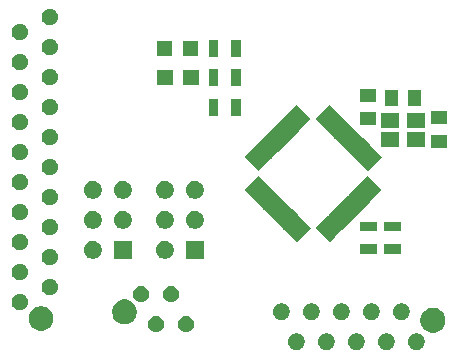
<source format=gbs>
G04 #@! TF.GenerationSoftware,KiCad,Pcbnew,(5.1.4-0-10_14)*
G04 #@! TF.CreationDate,2020-01-16T11:51:34-05:00*
G04 #@! TF.ProjectId,dashboard_MKV_ewan,64617368-626f-4617-9264-5f4d4b565f65,rev?*
G04 #@! TF.SameCoordinates,Original*
G04 #@! TF.FileFunction,Soldermask,Bot*
G04 #@! TF.FilePolarity,Negative*
%FSLAX46Y46*%
G04 Gerber Fmt 4.6, Leading zero omitted, Abs format (unit mm)*
G04 Created by KiCad (PCBNEW (5.1.4-0-10_14)) date 2020-01-16 11:51:34*
%MOMM*%
%LPD*%
G04 APERTURE LIST*
%ADD10C,0.100000*%
G04 APERTURE END LIST*
D10*
G36*
X222937073Y-92696338D02*
G01*
X223064649Y-92749182D01*
X223179459Y-92825895D01*
X223277105Y-92923541D01*
X223353818Y-93038351D01*
X223406662Y-93165927D01*
X223433600Y-93301356D01*
X223433600Y-93439444D01*
X223406662Y-93574873D01*
X223353818Y-93702449D01*
X223277105Y-93817259D01*
X223179459Y-93914905D01*
X223064649Y-93991618D01*
X222937073Y-94044462D01*
X222801644Y-94071400D01*
X222663556Y-94071400D01*
X222528127Y-94044462D01*
X222400551Y-93991618D01*
X222285741Y-93914905D01*
X222188095Y-93817259D01*
X222111382Y-93702449D01*
X222058538Y-93574873D01*
X222031600Y-93439444D01*
X222031600Y-93301356D01*
X222058538Y-93165927D01*
X222111382Y-93038351D01*
X222188095Y-92923541D01*
X222285741Y-92825895D01*
X222400551Y-92749182D01*
X222528127Y-92696338D01*
X222663556Y-92669400D01*
X222801644Y-92669400D01*
X222937073Y-92696338D01*
X222937073Y-92696338D01*
G37*
G36*
X220397073Y-92696338D02*
G01*
X220524649Y-92749182D01*
X220639459Y-92825895D01*
X220737105Y-92923541D01*
X220813818Y-93038351D01*
X220866662Y-93165927D01*
X220893600Y-93301356D01*
X220893600Y-93439444D01*
X220866662Y-93574873D01*
X220813818Y-93702449D01*
X220737105Y-93817259D01*
X220639459Y-93914905D01*
X220524649Y-93991618D01*
X220397073Y-94044462D01*
X220261644Y-94071400D01*
X220123556Y-94071400D01*
X219988127Y-94044462D01*
X219860551Y-93991618D01*
X219745741Y-93914905D01*
X219648095Y-93817259D01*
X219571382Y-93702449D01*
X219518538Y-93574873D01*
X219491600Y-93439444D01*
X219491600Y-93301356D01*
X219518538Y-93165927D01*
X219571382Y-93038351D01*
X219648095Y-92923541D01*
X219745741Y-92825895D01*
X219860551Y-92749182D01*
X219988127Y-92696338D01*
X220123556Y-92669400D01*
X220261644Y-92669400D01*
X220397073Y-92696338D01*
X220397073Y-92696338D01*
G37*
G36*
X217857073Y-92696338D02*
G01*
X217984649Y-92749182D01*
X218099459Y-92825895D01*
X218197105Y-92923541D01*
X218273818Y-93038351D01*
X218326662Y-93165927D01*
X218353600Y-93301356D01*
X218353600Y-93439444D01*
X218326662Y-93574873D01*
X218273818Y-93702449D01*
X218197105Y-93817259D01*
X218099459Y-93914905D01*
X217984649Y-93991618D01*
X217857073Y-94044462D01*
X217721644Y-94071400D01*
X217583556Y-94071400D01*
X217448127Y-94044462D01*
X217320551Y-93991618D01*
X217205741Y-93914905D01*
X217108095Y-93817259D01*
X217031382Y-93702449D01*
X216978538Y-93574873D01*
X216951600Y-93439444D01*
X216951600Y-93301356D01*
X216978538Y-93165927D01*
X217031382Y-93038351D01*
X217108095Y-92923541D01*
X217205741Y-92825895D01*
X217320551Y-92749182D01*
X217448127Y-92696338D01*
X217583556Y-92669400D01*
X217721644Y-92669400D01*
X217857073Y-92696338D01*
X217857073Y-92696338D01*
G37*
G36*
X215317073Y-92696338D02*
G01*
X215444649Y-92749182D01*
X215559459Y-92825895D01*
X215657105Y-92923541D01*
X215733818Y-93038351D01*
X215786662Y-93165927D01*
X215813600Y-93301356D01*
X215813600Y-93439444D01*
X215786662Y-93574873D01*
X215733818Y-93702449D01*
X215657105Y-93817259D01*
X215559459Y-93914905D01*
X215444649Y-93991618D01*
X215317073Y-94044462D01*
X215181644Y-94071400D01*
X215043556Y-94071400D01*
X214908127Y-94044462D01*
X214780551Y-93991618D01*
X214665741Y-93914905D01*
X214568095Y-93817259D01*
X214491382Y-93702449D01*
X214438538Y-93574873D01*
X214411600Y-93439444D01*
X214411600Y-93301356D01*
X214438538Y-93165927D01*
X214491382Y-93038351D01*
X214568095Y-92923541D01*
X214665741Y-92825895D01*
X214780551Y-92749182D01*
X214908127Y-92696338D01*
X215043556Y-92669400D01*
X215181644Y-92669400D01*
X215317073Y-92696338D01*
X215317073Y-92696338D01*
G37*
G36*
X212777073Y-92696338D02*
G01*
X212904649Y-92749182D01*
X213019459Y-92825895D01*
X213117105Y-92923541D01*
X213193818Y-93038351D01*
X213246662Y-93165927D01*
X213273600Y-93301356D01*
X213273600Y-93439444D01*
X213246662Y-93574873D01*
X213193818Y-93702449D01*
X213117105Y-93817259D01*
X213019459Y-93914905D01*
X212904649Y-93991618D01*
X212777073Y-94044462D01*
X212641644Y-94071400D01*
X212503556Y-94071400D01*
X212368127Y-94044462D01*
X212240551Y-93991618D01*
X212125741Y-93914905D01*
X212028095Y-93817259D01*
X211951382Y-93702449D01*
X211898538Y-93574873D01*
X211871600Y-93439444D01*
X211871600Y-93301356D01*
X211898538Y-93165927D01*
X211951382Y-93038351D01*
X212028095Y-92923541D01*
X212125741Y-92825895D01*
X212240551Y-92749182D01*
X212368127Y-92696338D01*
X212503556Y-92669400D01*
X212641644Y-92669400D01*
X212777073Y-92696338D01*
X212777073Y-92696338D01*
G37*
G36*
X224439164Y-90559789D02*
G01*
X224630433Y-90639015D01*
X224630435Y-90639016D01*
X224802573Y-90754035D01*
X224948965Y-90900427D01*
X225038800Y-91034874D01*
X225063985Y-91072567D01*
X225143211Y-91263836D01*
X225183600Y-91466884D01*
X225183600Y-91673916D01*
X225143211Y-91876964D01*
X225106810Y-91964844D01*
X225063984Y-92068235D01*
X224948965Y-92240373D01*
X224802573Y-92386765D01*
X224630435Y-92501784D01*
X224630434Y-92501785D01*
X224630433Y-92501785D01*
X224439164Y-92581011D01*
X224236116Y-92621400D01*
X224029084Y-92621400D01*
X223826036Y-92581011D01*
X223634767Y-92501785D01*
X223634766Y-92501785D01*
X223634765Y-92501784D01*
X223462627Y-92386765D01*
X223316235Y-92240373D01*
X223201216Y-92068235D01*
X223158390Y-91964844D01*
X223121989Y-91876964D01*
X223081600Y-91673916D01*
X223081600Y-91466884D01*
X223121989Y-91263836D01*
X223201215Y-91072567D01*
X223226401Y-91034874D01*
X223316235Y-90900427D01*
X223462627Y-90754035D01*
X223634765Y-90639016D01*
X223634767Y-90639015D01*
X223826036Y-90559789D01*
X224029084Y-90519400D01*
X224236116Y-90519400D01*
X224439164Y-90559789D01*
X224439164Y-90559789D01*
G37*
G36*
X200892873Y-91221738D02*
G01*
X201020449Y-91274582D01*
X201135259Y-91351295D01*
X201232905Y-91448941D01*
X201309618Y-91563751D01*
X201362462Y-91691327D01*
X201389400Y-91826756D01*
X201389400Y-91964844D01*
X201362462Y-92100273D01*
X201309618Y-92227849D01*
X201232905Y-92342659D01*
X201135259Y-92440305D01*
X201020449Y-92517018D01*
X200892873Y-92569862D01*
X200757444Y-92596800D01*
X200619356Y-92596800D01*
X200483927Y-92569862D01*
X200356351Y-92517018D01*
X200241541Y-92440305D01*
X200143895Y-92342659D01*
X200067182Y-92227849D01*
X200014338Y-92100273D01*
X199987400Y-91964844D01*
X199987400Y-91826756D01*
X200014338Y-91691327D01*
X200067182Y-91563751D01*
X200143895Y-91448941D01*
X200241541Y-91351295D01*
X200356351Y-91274582D01*
X200483927Y-91221738D01*
X200619356Y-91194800D01*
X200757444Y-91194800D01*
X200892873Y-91221738D01*
X200892873Y-91221738D01*
G37*
G36*
X203432873Y-91221738D02*
G01*
X203560449Y-91274582D01*
X203675259Y-91351295D01*
X203772905Y-91448941D01*
X203849618Y-91563751D01*
X203902462Y-91691327D01*
X203929400Y-91826756D01*
X203929400Y-91964844D01*
X203902462Y-92100273D01*
X203849618Y-92227849D01*
X203772905Y-92342659D01*
X203675259Y-92440305D01*
X203560449Y-92517018D01*
X203432873Y-92569862D01*
X203297444Y-92596800D01*
X203159356Y-92596800D01*
X203023927Y-92569862D01*
X202896351Y-92517018D01*
X202781541Y-92440305D01*
X202683895Y-92342659D01*
X202607182Y-92227849D01*
X202554338Y-92100273D01*
X202527400Y-91964844D01*
X202527400Y-91826756D01*
X202554338Y-91691327D01*
X202607182Y-91563751D01*
X202683895Y-91448941D01*
X202781541Y-91351295D01*
X202896351Y-91274582D01*
X203023927Y-91221738D01*
X203159356Y-91194800D01*
X203297444Y-91194800D01*
X203432873Y-91221738D01*
X203432873Y-91221738D01*
G37*
G36*
X191263764Y-90403989D02*
G01*
X191402509Y-90461459D01*
X191455035Y-90483216D01*
X191569636Y-90559790D01*
X191627173Y-90598235D01*
X191773565Y-90744627D01*
X191888585Y-90916767D01*
X191967811Y-91108036D01*
X192008200Y-91311084D01*
X192008200Y-91518116D01*
X191967811Y-91721164D01*
X191903276Y-91876965D01*
X191888584Y-91912435D01*
X191773565Y-92084573D01*
X191627173Y-92230965D01*
X191455035Y-92345984D01*
X191455034Y-92345985D01*
X191455033Y-92345985D01*
X191263764Y-92425211D01*
X191060716Y-92465600D01*
X190853684Y-92465600D01*
X190650636Y-92425211D01*
X190459367Y-92345985D01*
X190459366Y-92345985D01*
X190459365Y-92345984D01*
X190287227Y-92230965D01*
X190140835Y-92084573D01*
X190025816Y-91912435D01*
X190011124Y-91876965D01*
X189946589Y-91721164D01*
X189906200Y-91518116D01*
X189906200Y-91311084D01*
X189946589Y-91108036D01*
X190025815Y-90916767D01*
X190140835Y-90744627D01*
X190287227Y-90598235D01*
X190344764Y-90559790D01*
X190459365Y-90483216D01*
X190511891Y-90461459D01*
X190650636Y-90403989D01*
X190853684Y-90363600D01*
X191060716Y-90363600D01*
X191263764Y-90403989D01*
X191263764Y-90403989D01*
G37*
G36*
X198324964Y-89845189D02*
G01*
X198516233Y-89924415D01*
X198516235Y-89924416D01*
X198674046Y-90029862D01*
X198688373Y-90039435D01*
X198834765Y-90185827D01*
X198949785Y-90357967D01*
X199029011Y-90549236D01*
X199069400Y-90752284D01*
X199069400Y-90959316D01*
X199029011Y-91162364D01*
X198967409Y-91311084D01*
X198949784Y-91353635D01*
X198834765Y-91525773D01*
X198688373Y-91672165D01*
X198516235Y-91787184D01*
X198516234Y-91787185D01*
X198516233Y-91787185D01*
X198324964Y-91866411D01*
X198121916Y-91906800D01*
X197914884Y-91906800D01*
X197711836Y-91866411D01*
X197520567Y-91787185D01*
X197520566Y-91787185D01*
X197520565Y-91787184D01*
X197348427Y-91672165D01*
X197202035Y-91525773D01*
X197087016Y-91353635D01*
X197069391Y-91311084D01*
X197007789Y-91162364D01*
X196967400Y-90959316D01*
X196967400Y-90752284D01*
X197007789Y-90549236D01*
X197087015Y-90357967D01*
X197202035Y-90185827D01*
X197348427Y-90039435D01*
X197362754Y-90029862D01*
X197520565Y-89924416D01*
X197520567Y-89924415D01*
X197711836Y-89845189D01*
X197914884Y-89804800D01*
X198121916Y-89804800D01*
X198324964Y-89845189D01*
X198324964Y-89845189D01*
G37*
G36*
X221667073Y-90156338D02*
G01*
X221794649Y-90209182D01*
X221909459Y-90285895D01*
X222007105Y-90383541D01*
X222083818Y-90498351D01*
X222136662Y-90625927D01*
X222163600Y-90761356D01*
X222163600Y-90899444D01*
X222136662Y-91034873D01*
X222083818Y-91162449D01*
X222007105Y-91277259D01*
X221909459Y-91374905D01*
X221794649Y-91451618D01*
X221667073Y-91504462D01*
X221531644Y-91531400D01*
X221393556Y-91531400D01*
X221258127Y-91504462D01*
X221130551Y-91451618D01*
X221015741Y-91374905D01*
X220918095Y-91277259D01*
X220841382Y-91162449D01*
X220788538Y-91034873D01*
X220761600Y-90899444D01*
X220761600Y-90761356D01*
X220788538Y-90625927D01*
X220841382Y-90498351D01*
X220918095Y-90383541D01*
X221015741Y-90285895D01*
X221130551Y-90209182D01*
X221258127Y-90156338D01*
X221393556Y-90129400D01*
X221531644Y-90129400D01*
X221667073Y-90156338D01*
X221667073Y-90156338D01*
G37*
G36*
X216587073Y-90156338D02*
G01*
X216714649Y-90209182D01*
X216829459Y-90285895D01*
X216927105Y-90383541D01*
X217003818Y-90498351D01*
X217056662Y-90625927D01*
X217083600Y-90761356D01*
X217083600Y-90899444D01*
X217056662Y-91034873D01*
X217003818Y-91162449D01*
X216927105Y-91277259D01*
X216829459Y-91374905D01*
X216714649Y-91451618D01*
X216587073Y-91504462D01*
X216451644Y-91531400D01*
X216313556Y-91531400D01*
X216178127Y-91504462D01*
X216050551Y-91451618D01*
X215935741Y-91374905D01*
X215838095Y-91277259D01*
X215761382Y-91162449D01*
X215708538Y-91034873D01*
X215681600Y-90899444D01*
X215681600Y-90761356D01*
X215708538Y-90625927D01*
X215761382Y-90498351D01*
X215838095Y-90383541D01*
X215935741Y-90285895D01*
X216050551Y-90209182D01*
X216178127Y-90156338D01*
X216313556Y-90129400D01*
X216451644Y-90129400D01*
X216587073Y-90156338D01*
X216587073Y-90156338D01*
G37*
G36*
X219127073Y-90156338D02*
G01*
X219254649Y-90209182D01*
X219369459Y-90285895D01*
X219467105Y-90383541D01*
X219543818Y-90498351D01*
X219596662Y-90625927D01*
X219623600Y-90761356D01*
X219623600Y-90899444D01*
X219596662Y-91034873D01*
X219543818Y-91162449D01*
X219467105Y-91277259D01*
X219369459Y-91374905D01*
X219254649Y-91451618D01*
X219127073Y-91504462D01*
X218991644Y-91531400D01*
X218853556Y-91531400D01*
X218718127Y-91504462D01*
X218590551Y-91451618D01*
X218475741Y-91374905D01*
X218378095Y-91277259D01*
X218301382Y-91162449D01*
X218248538Y-91034873D01*
X218221600Y-90899444D01*
X218221600Y-90761356D01*
X218248538Y-90625927D01*
X218301382Y-90498351D01*
X218378095Y-90383541D01*
X218475741Y-90285895D01*
X218590551Y-90209182D01*
X218718127Y-90156338D01*
X218853556Y-90129400D01*
X218991644Y-90129400D01*
X219127073Y-90156338D01*
X219127073Y-90156338D01*
G37*
G36*
X214047073Y-90156338D02*
G01*
X214174649Y-90209182D01*
X214289459Y-90285895D01*
X214387105Y-90383541D01*
X214463818Y-90498351D01*
X214516662Y-90625927D01*
X214543600Y-90761356D01*
X214543600Y-90899444D01*
X214516662Y-91034873D01*
X214463818Y-91162449D01*
X214387105Y-91277259D01*
X214289459Y-91374905D01*
X214174649Y-91451618D01*
X214047073Y-91504462D01*
X213911644Y-91531400D01*
X213773556Y-91531400D01*
X213638127Y-91504462D01*
X213510551Y-91451618D01*
X213395741Y-91374905D01*
X213298095Y-91277259D01*
X213221382Y-91162449D01*
X213168538Y-91034873D01*
X213141600Y-90899444D01*
X213141600Y-90761356D01*
X213168538Y-90625927D01*
X213221382Y-90498351D01*
X213298095Y-90383541D01*
X213395741Y-90285895D01*
X213510551Y-90209182D01*
X213638127Y-90156338D01*
X213773556Y-90129400D01*
X213911644Y-90129400D01*
X214047073Y-90156338D01*
X214047073Y-90156338D01*
G37*
G36*
X211507073Y-90156338D02*
G01*
X211634649Y-90209182D01*
X211749459Y-90285895D01*
X211847105Y-90383541D01*
X211923818Y-90498351D01*
X211976662Y-90625927D01*
X212003600Y-90761356D01*
X212003600Y-90899444D01*
X211976662Y-91034873D01*
X211923818Y-91162449D01*
X211847105Y-91277259D01*
X211749459Y-91374905D01*
X211634649Y-91451618D01*
X211507073Y-91504462D01*
X211371644Y-91531400D01*
X211233556Y-91531400D01*
X211098127Y-91504462D01*
X210970551Y-91451618D01*
X210855741Y-91374905D01*
X210758095Y-91277259D01*
X210681382Y-91162449D01*
X210628538Y-91034873D01*
X210601600Y-90899444D01*
X210601600Y-90761356D01*
X210628538Y-90625927D01*
X210681382Y-90498351D01*
X210758095Y-90383541D01*
X210855741Y-90285895D01*
X210970551Y-90209182D01*
X211098127Y-90156338D01*
X211233556Y-90129400D01*
X211371644Y-90129400D01*
X211507073Y-90156338D01*
X211507073Y-90156338D01*
G37*
G36*
X189361673Y-89340538D02*
G01*
X189489249Y-89393382D01*
X189604059Y-89470095D01*
X189701705Y-89567741D01*
X189778418Y-89682551D01*
X189831262Y-89810127D01*
X189858200Y-89945556D01*
X189858200Y-90083644D01*
X189831262Y-90219073D01*
X189778418Y-90346649D01*
X189701705Y-90461459D01*
X189604059Y-90559105D01*
X189489249Y-90635818D01*
X189361673Y-90688662D01*
X189226244Y-90715600D01*
X189088156Y-90715600D01*
X188952727Y-90688662D01*
X188825151Y-90635818D01*
X188710341Y-90559105D01*
X188612695Y-90461459D01*
X188535982Y-90346649D01*
X188483138Y-90219073D01*
X188456200Y-90083644D01*
X188456200Y-89945556D01*
X188483138Y-89810127D01*
X188535982Y-89682551D01*
X188612695Y-89567741D01*
X188710341Y-89470095D01*
X188825151Y-89393382D01*
X188952727Y-89340538D01*
X189088156Y-89313600D01*
X189226244Y-89313600D01*
X189361673Y-89340538D01*
X189361673Y-89340538D01*
G37*
G36*
X202162873Y-88681738D02*
G01*
X202290449Y-88734582D01*
X202405259Y-88811295D01*
X202502905Y-88908941D01*
X202579618Y-89023751D01*
X202632462Y-89151327D01*
X202659400Y-89286756D01*
X202659400Y-89424844D01*
X202632462Y-89560273D01*
X202579618Y-89687849D01*
X202502905Y-89802659D01*
X202405259Y-89900305D01*
X202290449Y-89977018D01*
X202162873Y-90029862D01*
X202027444Y-90056800D01*
X201889356Y-90056800D01*
X201753927Y-90029862D01*
X201626351Y-89977018D01*
X201511541Y-89900305D01*
X201413895Y-89802659D01*
X201337182Y-89687849D01*
X201284338Y-89560273D01*
X201257400Y-89424844D01*
X201257400Y-89286756D01*
X201284338Y-89151327D01*
X201337182Y-89023751D01*
X201413895Y-88908941D01*
X201511541Y-88811295D01*
X201626351Y-88734582D01*
X201753927Y-88681738D01*
X201889356Y-88654800D01*
X202027444Y-88654800D01*
X202162873Y-88681738D01*
X202162873Y-88681738D01*
G37*
G36*
X199622873Y-88681738D02*
G01*
X199750449Y-88734582D01*
X199865259Y-88811295D01*
X199962905Y-88908941D01*
X200039618Y-89023751D01*
X200092462Y-89151327D01*
X200119400Y-89286756D01*
X200119400Y-89424844D01*
X200092462Y-89560273D01*
X200039618Y-89687849D01*
X199962905Y-89802659D01*
X199865259Y-89900305D01*
X199750449Y-89977018D01*
X199622873Y-90029862D01*
X199487444Y-90056800D01*
X199349356Y-90056800D01*
X199213927Y-90029862D01*
X199086351Y-89977018D01*
X198971541Y-89900305D01*
X198873895Y-89802659D01*
X198797182Y-89687849D01*
X198744338Y-89560273D01*
X198717400Y-89424844D01*
X198717400Y-89286756D01*
X198744338Y-89151327D01*
X198797182Y-89023751D01*
X198873895Y-88908941D01*
X198971541Y-88811295D01*
X199086351Y-88734582D01*
X199213927Y-88681738D01*
X199349356Y-88654800D01*
X199487444Y-88654800D01*
X199622873Y-88681738D01*
X199622873Y-88681738D01*
G37*
G36*
X191901673Y-88070538D02*
G01*
X192029249Y-88123382D01*
X192144059Y-88200095D01*
X192241705Y-88297741D01*
X192318418Y-88412551D01*
X192371262Y-88540127D01*
X192398200Y-88675556D01*
X192398200Y-88813644D01*
X192371262Y-88949073D01*
X192318418Y-89076649D01*
X192241705Y-89191459D01*
X192144059Y-89289105D01*
X192029249Y-89365818D01*
X191901673Y-89418662D01*
X191766244Y-89445600D01*
X191628156Y-89445600D01*
X191492727Y-89418662D01*
X191365151Y-89365818D01*
X191250341Y-89289105D01*
X191152695Y-89191459D01*
X191075982Y-89076649D01*
X191023138Y-88949073D01*
X190996200Y-88813644D01*
X190996200Y-88675556D01*
X191023138Y-88540127D01*
X191075982Y-88412551D01*
X191152695Y-88297741D01*
X191250341Y-88200095D01*
X191365151Y-88123382D01*
X191492727Y-88070538D01*
X191628156Y-88043600D01*
X191766244Y-88043600D01*
X191901673Y-88070538D01*
X191901673Y-88070538D01*
G37*
G36*
X189361673Y-86800538D02*
G01*
X189489249Y-86853382D01*
X189604059Y-86930095D01*
X189701705Y-87027741D01*
X189778418Y-87142551D01*
X189831262Y-87270127D01*
X189858200Y-87405556D01*
X189858200Y-87543644D01*
X189831262Y-87679073D01*
X189778418Y-87806649D01*
X189701705Y-87921459D01*
X189604059Y-88019105D01*
X189489249Y-88095818D01*
X189361673Y-88148662D01*
X189226244Y-88175600D01*
X189088156Y-88175600D01*
X188952727Y-88148662D01*
X188825151Y-88095818D01*
X188710341Y-88019105D01*
X188612695Y-87921459D01*
X188535982Y-87806649D01*
X188483138Y-87679073D01*
X188456200Y-87543644D01*
X188456200Y-87405556D01*
X188483138Y-87270127D01*
X188535982Y-87142551D01*
X188612695Y-87027741D01*
X188710341Y-86930095D01*
X188825151Y-86853382D01*
X188952727Y-86800538D01*
X189088156Y-86773600D01*
X189226244Y-86773600D01*
X189361673Y-86800538D01*
X189361673Y-86800538D01*
G37*
G36*
X191901673Y-85530538D02*
G01*
X192029249Y-85583382D01*
X192144059Y-85660095D01*
X192241705Y-85757741D01*
X192318418Y-85872551D01*
X192371262Y-86000127D01*
X192398200Y-86135556D01*
X192398200Y-86273644D01*
X192371262Y-86409073D01*
X192318418Y-86536649D01*
X192241705Y-86651459D01*
X192144059Y-86749105D01*
X192029249Y-86825818D01*
X191901673Y-86878662D01*
X191766244Y-86905600D01*
X191628156Y-86905600D01*
X191492727Y-86878662D01*
X191365151Y-86825818D01*
X191250341Y-86749105D01*
X191152695Y-86651459D01*
X191075982Y-86536649D01*
X191023138Y-86409073D01*
X190996200Y-86273644D01*
X190996200Y-86135556D01*
X191023138Y-86000127D01*
X191075982Y-85872551D01*
X191152695Y-85757741D01*
X191250341Y-85660095D01*
X191365151Y-85583382D01*
X191492727Y-85530538D01*
X191628156Y-85503600D01*
X191766244Y-85503600D01*
X191901673Y-85530538D01*
X191901673Y-85530538D01*
G37*
G36*
X195545059Y-84875860D02*
G01*
X195681732Y-84932472D01*
X195804735Y-85014660D01*
X195909340Y-85119265D01*
X195909341Y-85119267D01*
X195991529Y-85242270D01*
X196048140Y-85378941D01*
X196077000Y-85524032D01*
X196077000Y-85671968D01*
X196059939Y-85757741D01*
X196048140Y-85817059D01*
X195991528Y-85953732D01*
X195909340Y-86076735D01*
X195804735Y-86181340D01*
X195681732Y-86263528D01*
X195681731Y-86263529D01*
X195681730Y-86263529D01*
X195545059Y-86320140D01*
X195399968Y-86349000D01*
X195252032Y-86349000D01*
X195106941Y-86320140D01*
X194970270Y-86263529D01*
X194970269Y-86263529D01*
X194970268Y-86263528D01*
X194847265Y-86181340D01*
X194742660Y-86076735D01*
X194660472Y-85953732D01*
X194603860Y-85817059D01*
X194592061Y-85757741D01*
X194575000Y-85671968D01*
X194575000Y-85524032D01*
X194603860Y-85378941D01*
X194660471Y-85242270D01*
X194742659Y-85119267D01*
X194742660Y-85119265D01*
X194847265Y-85014660D01*
X194970268Y-84932472D01*
X195106941Y-84875860D01*
X195252032Y-84847000D01*
X195399968Y-84847000D01*
X195545059Y-84875860D01*
X195545059Y-84875860D01*
G37*
G36*
X204713000Y-86349000D02*
G01*
X203211000Y-86349000D01*
X203211000Y-84847000D01*
X204713000Y-84847000D01*
X204713000Y-86349000D01*
X204713000Y-86349000D01*
G37*
G36*
X201641059Y-84875860D02*
G01*
X201777732Y-84932472D01*
X201900735Y-85014660D01*
X202005340Y-85119265D01*
X202005341Y-85119267D01*
X202087529Y-85242270D01*
X202144140Y-85378941D01*
X202173000Y-85524032D01*
X202173000Y-85671968D01*
X202155939Y-85757741D01*
X202144140Y-85817059D01*
X202087528Y-85953732D01*
X202005340Y-86076735D01*
X201900735Y-86181340D01*
X201777732Y-86263528D01*
X201777731Y-86263529D01*
X201777730Y-86263529D01*
X201641059Y-86320140D01*
X201495968Y-86349000D01*
X201348032Y-86349000D01*
X201202941Y-86320140D01*
X201066270Y-86263529D01*
X201066269Y-86263529D01*
X201066268Y-86263528D01*
X200943265Y-86181340D01*
X200838660Y-86076735D01*
X200756472Y-85953732D01*
X200699860Y-85817059D01*
X200688061Y-85757741D01*
X200671000Y-85671968D01*
X200671000Y-85524032D01*
X200699860Y-85378941D01*
X200756471Y-85242270D01*
X200838659Y-85119267D01*
X200838660Y-85119265D01*
X200943265Y-85014660D01*
X201066268Y-84932472D01*
X201202941Y-84875860D01*
X201348032Y-84847000D01*
X201495968Y-84847000D01*
X201641059Y-84875860D01*
X201641059Y-84875860D01*
G37*
G36*
X198617000Y-86349000D02*
G01*
X197115000Y-86349000D01*
X197115000Y-84847000D01*
X198617000Y-84847000D01*
X198617000Y-86349000D01*
X198617000Y-86349000D01*
G37*
G36*
X219395000Y-85933000D02*
G01*
X217993000Y-85933000D01*
X217993000Y-85131000D01*
X219395000Y-85131000D01*
X219395000Y-85933000D01*
X219395000Y-85933000D01*
G37*
G36*
X221427000Y-85933000D02*
G01*
X220025000Y-85933000D01*
X220025000Y-85131000D01*
X221427000Y-85131000D01*
X221427000Y-85933000D01*
X221427000Y-85933000D01*
G37*
G36*
X189361673Y-84260538D02*
G01*
X189489249Y-84313382D01*
X189604059Y-84390095D01*
X189701705Y-84487741D01*
X189778418Y-84602551D01*
X189831262Y-84730127D01*
X189858200Y-84865556D01*
X189858200Y-85003644D01*
X189831262Y-85139073D01*
X189778418Y-85266649D01*
X189701705Y-85381459D01*
X189604059Y-85479105D01*
X189489249Y-85555818D01*
X189361673Y-85608662D01*
X189226244Y-85635600D01*
X189088156Y-85635600D01*
X188952727Y-85608662D01*
X188825151Y-85555818D01*
X188710341Y-85479105D01*
X188612695Y-85381459D01*
X188535982Y-85266649D01*
X188483138Y-85139073D01*
X188456200Y-85003644D01*
X188456200Y-84865556D01*
X188483138Y-84730127D01*
X188535982Y-84602551D01*
X188612695Y-84487741D01*
X188710341Y-84390095D01*
X188825151Y-84313382D01*
X188952727Y-84260538D01*
X189088156Y-84233600D01*
X189226244Y-84233600D01*
X189361673Y-84260538D01*
X189361673Y-84260538D01*
G37*
G36*
X219812368Y-80517536D02*
G01*
X219351334Y-80978570D01*
X219246682Y-81083221D01*
X218785648Y-81544255D01*
X218680997Y-81648907D01*
X216522907Y-83806997D01*
X216418255Y-83911648D01*
X215957221Y-84372682D01*
X215852570Y-84477334D01*
X215391536Y-84938368D01*
X214188040Y-83734872D01*
X214649074Y-83273838D01*
X214649075Y-83273839D01*
X214665339Y-83257575D01*
X214665348Y-83257564D01*
X214753726Y-83169187D01*
X214753725Y-83169186D01*
X215214759Y-82708152D01*
X215214760Y-82708153D01*
X215303137Y-82619775D01*
X215303148Y-82619766D01*
X215319412Y-82603502D01*
X215319411Y-82603501D01*
X215780445Y-82142467D01*
X215780446Y-82142468D01*
X215868833Y-82054080D01*
X215885097Y-82037817D01*
X215885096Y-82037816D01*
X216346130Y-81576782D01*
X216346131Y-81576783D01*
X216450783Y-81472131D01*
X216450782Y-81472130D01*
X216911816Y-81011096D01*
X216911817Y-81011097D01*
X217000204Y-80922709D01*
X217016468Y-80906446D01*
X217016467Y-80906445D01*
X217477501Y-80445411D01*
X217477502Y-80445412D01*
X217493766Y-80429148D01*
X217493775Y-80429137D01*
X217582153Y-80340760D01*
X217582152Y-80340759D01*
X218043186Y-79879725D01*
X218043187Y-79879726D01*
X218131564Y-79791348D01*
X218131575Y-79791339D01*
X218147839Y-79775075D01*
X218147838Y-79775074D01*
X218608872Y-79314040D01*
X219812368Y-80517536D01*
X219812368Y-80517536D01*
G37*
G36*
X209842162Y-79775074D02*
G01*
X209842162Y-79775075D01*
X209858426Y-79791339D01*
X209858432Y-79791344D01*
X209946814Y-79879726D01*
X209946814Y-79879725D01*
X210407848Y-80340759D01*
X210407848Y-80340760D01*
X210496230Y-80429142D01*
X210496235Y-80429148D01*
X210512499Y-80445412D01*
X210512499Y-80445411D01*
X210973533Y-80906445D01*
X210973533Y-80906446D01*
X211078184Y-81011097D01*
X211078184Y-81011096D01*
X211539218Y-81472130D01*
X211539218Y-81472131D01*
X211643870Y-81576783D01*
X211643870Y-81576782D01*
X212104904Y-82037816D01*
X212104904Y-82037817D01*
X212209555Y-82142468D01*
X212209555Y-82142467D01*
X212670589Y-82603501D01*
X212670589Y-82603502D01*
X212686853Y-82619766D01*
X212686859Y-82619771D01*
X212775241Y-82708153D01*
X212775241Y-82708152D01*
X213236275Y-83169186D01*
X213236275Y-83169187D01*
X213324657Y-83257569D01*
X213324662Y-83257575D01*
X213340926Y-83273839D01*
X213340926Y-83273838D01*
X213801960Y-83734872D01*
X212598464Y-84938368D01*
X212137430Y-84477334D01*
X212137431Y-84477334D01*
X212049049Y-84388952D01*
X212049044Y-84388946D01*
X212032780Y-84372682D01*
X212032779Y-84372682D01*
X211571745Y-83911648D01*
X211571746Y-83911648D01*
X211555482Y-83895384D01*
X211555476Y-83895379D01*
X211467094Y-83806997D01*
X211467093Y-83806997D01*
X211006059Y-83345963D01*
X211006060Y-83345963D01*
X210901409Y-83241312D01*
X210901408Y-83241312D01*
X210440374Y-82780278D01*
X210440375Y-82780278D01*
X210335723Y-82675626D01*
X210335722Y-82675626D01*
X209874688Y-82214592D01*
X209874689Y-82214592D01*
X209770038Y-82109941D01*
X209770037Y-82109941D01*
X209309003Y-81648907D01*
X209309004Y-81648907D01*
X209220622Y-81560525D01*
X209220617Y-81560519D01*
X209204353Y-81544255D01*
X209204352Y-81544255D01*
X208743318Y-81083221D01*
X208743319Y-81083221D01*
X208727055Y-81066957D01*
X208727049Y-81066952D01*
X208638667Y-80978570D01*
X208638666Y-80978570D01*
X208177632Y-80517536D01*
X209381128Y-79314040D01*
X209842162Y-79775074D01*
X209842162Y-79775074D01*
G37*
G36*
X191901673Y-82990538D02*
G01*
X192029249Y-83043382D01*
X192144059Y-83120095D01*
X192241705Y-83217741D01*
X192318418Y-83332551D01*
X192371262Y-83460127D01*
X192398200Y-83595556D01*
X192398200Y-83733644D01*
X192371262Y-83869073D01*
X192318418Y-83996649D01*
X192241705Y-84111459D01*
X192144059Y-84209105D01*
X192029249Y-84285818D01*
X191901673Y-84338662D01*
X191766244Y-84365600D01*
X191628156Y-84365600D01*
X191492727Y-84338662D01*
X191365151Y-84285818D01*
X191250341Y-84209105D01*
X191152695Y-84111459D01*
X191075982Y-83996649D01*
X191023138Y-83869073D01*
X190996200Y-83733644D01*
X190996200Y-83595556D01*
X191023138Y-83460127D01*
X191075982Y-83332551D01*
X191152695Y-83217741D01*
X191250341Y-83120095D01*
X191365151Y-83043382D01*
X191492727Y-82990538D01*
X191628156Y-82963600D01*
X191766244Y-82963600D01*
X191901673Y-82990538D01*
X191901673Y-82990538D01*
G37*
G36*
X219395000Y-84033000D02*
G01*
X217993000Y-84033000D01*
X217993000Y-83231000D01*
X219395000Y-83231000D01*
X219395000Y-84033000D01*
X219395000Y-84033000D01*
G37*
G36*
X221427000Y-84033000D02*
G01*
X220025000Y-84033000D01*
X220025000Y-83231000D01*
X221427000Y-83231000D01*
X221427000Y-84033000D01*
X221427000Y-84033000D01*
G37*
G36*
X195545059Y-82335860D02*
G01*
X195681732Y-82392472D01*
X195804735Y-82474660D01*
X195909340Y-82579265D01*
X195909341Y-82579267D01*
X195991529Y-82702270D01*
X196048140Y-82838941D01*
X196077000Y-82984032D01*
X196077000Y-83131968D01*
X196059939Y-83217741D01*
X196048140Y-83277059D01*
X195991528Y-83413732D01*
X195909340Y-83536735D01*
X195804735Y-83641340D01*
X195681732Y-83723528D01*
X195681731Y-83723529D01*
X195681730Y-83723529D01*
X195545059Y-83780140D01*
X195399968Y-83809000D01*
X195252032Y-83809000D01*
X195106941Y-83780140D01*
X194970270Y-83723529D01*
X194970269Y-83723529D01*
X194970268Y-83723528D01*
X194847265Y-83641340D01*
X194742660Y-83536735D01*
X194660472Y-83413732D01*
X194603860Y-83277059D01*
X194592061Y-83217741D01*
X194575000Y-83131968D01*
X194575000Y-82984032D01*
X194603860Y-82838941D01*
X194660471Y-82702270D01*
X194742659Y-82579267D01*
X194742660Y-82579265D01*
X194847265Y-82474660D01*
X194970268Y-82392472D01*
X195106941Y-82335860D01*
X195252032Y-82307000D01*
X195399968Y-82307000D01*
X195545059Y-82335860D01*
X195545059Y-82335860D01*
G37*
G36*
X198085059Y-82335860D02*
G01*
X198221732Y-82392472D01*
X198344735Y-82474660D01*
X198449340Y-82579265D01*
X198449341Y-82579267D01*
X198531529Y-82702270D01*
X198588140Y-82838941D01*
X198617000Y-82984032D01*
X198617000Y-83131968D01*
X198599939Y-83217741D01*
X198588140Y-83277059D01*
X198531528Y-83413732D01*
X198449340Y-83536735D01*
X198344735Y-83641340D01*
X198221732Y-83723528D01*
X198221731Y-83723529D01*
X198221730Y-83723529D01*
X198085059Y-83780140D01*
X197939968Y-83809000D01*
X197792032Y-83809000D01*
X197646941Y-83780140D01*
X197510270Y-83723529D01*
X197510269Y-83723529D01*
X197510268Y-83723528D01*
X197387265Y-83641340D01*
X197282660Y-83536735D01*
X197200472Y-83413732D01*
X197143860Y-83277059D01*
X197132061Y-83217741D01*
X197115000Y-83131968D01*
X197115000Y-82984032D01*
X197143860Y-82838941D01*
X197200471Y-82702270D01*
X197282659Y-82579267D01*
X197282660Y-82579265D01*
X197387265Y-82474660D01*
X197510268Y-82392472D01*
X197646941Y-82335860D01*
X197792032Y-82307000D01*
X197939968Y-82307000D01*
X198085059Y-82335860D01*
X198085059Y-82335860D01*
G37*
G36*
X201641059Y-82335860D02*
G01*
X201777732Y-82392472D01*
X201900735Y-82474660D01*
X202005340Y-82579265D01*
X202005341Y-82579267D01*
X202087529Y-82702270D01*
X202144140Y-82838941D01*
X202173000Y-82984032D01*
X202173000Y-83131968D01*
X202155939Y-83217741D01*
X202144140Y-83277059D01*
X202087528Y-83413732D01*
X202005340Y-83536735D01*
X201900735Y-83641340D01*
X201777732Y-83723528D01*
X201777731Y-83723529D01*
X201777730Y-83723529D01*
X201641059Y-83780140D01*
X201495968Y-83809000D01*
X201348032Y-83809000D01*
X201202941Y-83780140D01*
X201066270Y-83723529D01*
X201066269Y-83723529D01*
X201066268Y-83723528D01*
X200943265Y-83641340D01*
X200838660Y-83536735D01*
X200756472Y-83413732D01*
X200699860Y-83277059D01*
X200688061Y-83217741D01*
X200671000Y-83131968D01*
X200671000Y-82984032D01*
X200699860Y-82838941D01*
X200756471Y-82702270D01*
X200838659Y-82579267D01*
X200838660Y-82579265D01*
X200943265Y-82474660D01*
X201066268Y-82392472D01*
X201202941Y-82335860D01*
X201348032Y-82307000D01*
X201495968Y-82307000D01*
X201641059Y-82335860D01*
X201641059Y-82335860D01*
G37*
G36*
X204181059Y-82335860D02*
G01*
X204317732Y-82392472D01*
X204440735Y-82474660D01*
X204545340Y-82579265D01*
X204545341Y-82579267D01*
X204627529Y-82702270D01*
X204684140Y-82838941D01*
X204713000Y-82984032D01*
X204713000Y-83131968D01*
X204695939Y-83217741D01*
X204684140Y-83277059D01*
X204627528Y-83413732D01*
X204545340Y-83536735D01*
X204440735Y-83641340D01*
X204317732Y-83723528D01*
X204317731Y-83723529D01*
X204317730Y-83723529D01*
X204181059Y-83780140D01*
X204035968Y-83809000D01*
X203888032Y-83809000D01*
X203742941Y-83780140D01*
X203606270Y-83723529D01*
X203606269Y-83723529D01*
X203606268Y-83723528D01*
X203483265Y-83641340D01*
X203378660Y-83536735D01*
X203296472Y-83413732D01*
X203239860Y-83277059D01*
X203228061Y-83217741D01*
X203211000Y-83131968D01*
X203211000Y-82984032D01*
X203239860Y-82838941D01*
X203296471Y-82702270D01*
X203378659Y-82579267D01*
X203378660Y-82579265D01*
X203483265Y-82474660D01*
X203606268Y-82392472D01*
X203742941Y-82335860D01*
X203888032Y-82307000D01*
X204035968Y-82307000D01*
X204181059Y-82335860D01*
X204181059Y-82335860D01*
G37*
G36*
X189361673Y-81720538D02*
G01*
X189489249Y-81773382D01*
X189604059Y-81850095D01*
X189701705Y-81947741D01*
X189778418Y-82062551D01*
X189831262Y-82190127D01*
X189858200Y-82325556D01*
X189858200Y-82463644D01*
X189831262Y-82599073D01*
X189778418Y-82726649D01*
X189701705Y-82841459D01*
X189604059Y-82939105D01*
X189489249Y-83015818D01*
X189361673Y-83068662D01*
X189226244Y-83095600D01*
X189088156Y-83095600D01*
X188952727Y-83068662D01*
X188825151Y-83015818D01*
X188710341Y-82939105D01*
X188612695Y-82841459D01*
X188535982Y-82726649D01*
X188483138Y-82599073D01*
X188456200Y-82463644D01*
X188456200Y-82325556D01*
X188483138Y-82190127D01*
X188535982Y-82062551D01*
X188612695Y-81947741D01*
X188710341Y-81850095D01*
X188825151Y-81773382D01*
X188952727Y-81720538D01*
X189088156Y-81693600D01*
X189226244Y-81693600D01*
X189361673Y-81720538D01*
X189361673Y-81720538D01*
G37*
G36*
X191901673Y-80450538D02*
G01*
X192029249Y-80503382D01*
X192144059Y-80580095D01*
X192241705Y-80677741D01*
X192318418Y-80792551D01*
X192371262Y-80920127D01*
X192398200Y-81055556D01*
X192398200Y-81193644D01*
X192371262Y-81329073D01*
X192318418Y-81456649D01*
X192241705Y-81571459D01*
X192144059Y-81669105D01*
X192029249Y-81745818D01*
X191901673Y-81798662D01*
X191766244Y-81825600D01*
X191628156Y-81825600D01*
X191492727Y-81798662D01*
X191365151Y-81745818D01*
X191250341Y-81669105D01*
X191152695Y-81571459D01*
X191075982Y-81456649D01*
X191023138Y-81329073D01*
X190996200Y-81193644D01*
X190996200Y-81055556D01*
X191023138Y-80920127D01*
X191075982Y-80792551D01*
X191152695Y-80677741D01*
X191250341Y-80580095D01*
X191365151Y-80503382D01*
X191492727Y-80450538D01*
X191628156Y-80423600D01*
X191766244Y-80423600D01*
X191901673Y-80450538D01*
X191901673Y-80450538D01*
G37*
G36*
X204158330Y-79791339D02*
G01*
X204181059Y-79795860D01*
X204317732Y-79852472D01*
X204440735Y-79934660D01*
X204545340Y-80039265D01*
X204545341Y-80039267D01*
X204627529Y-80162270D01*
X204684140Y-80298941D01*
X204713000Y-80444032D01*
X204713000Y-80591968D01*
X204695939Y-80677741D01*
X204684140Y-80737059D01*
X204627528Y-80873732D01*
X204545340Y-80996735D01*
X204440735Y-81101340D01*
X204317732Y-81183528D01*
X204317731Y-81183529D01*
X204317730Y-81183529D01*
X204181059Y-81240140D01*
X204035968Y-81269000D01*
X203888032Y-81269000D01*
X203742941Y-81240140D01*
X203606270Y-81183529D01*
X203606269Y-81183529D01*
X203606268Y-81183528D01*
X203483265Y-81101340D01*
X203378660Y-80996735D01*
X203296472Y-80873732D01*
X203239860Y-80737059D01*
X203228061Y-80677741D01*
X203211000Y-80591968D01*
X203211000Y-80444032D01*
X203239860Y-80298941D01*
X203296471Y-80162270D01*
X203378659Y-80039267D01*
X203378660Y-80039265D01*
X203483265Y-79934660D01*
X203606268Y-79852472D01*
X203742941Y-79795860D01*
X203765670Y-79791339D01*
X203888032Y-79767000D01*
X204035968Y-79767000D01*
X204158330Y-79791339D01*
X204158330Y-79791339D01*
G37*
G36*
X201618330Y-79791339D02*
G01*
X201641059Y-79795860D01*
X201777732Y-79852472D01*
X201900735Y-79934660D01*
X202005340Y-80039265D01*
X202005341Y-80039267D01*
X202087529Y-80162270D01*
X202144140Y-80298941D01*
X202173000Y-80444032D01*
X202173000Y-80591968D01*
X202155939Y-80677741D01*
X202144140Y-80737059D01*
X202087528Y-80873732D01*
X202005340Y-80996735D01*
X201900735Y-81101340D01*
X201777732Y-81183528D01*
X201777731Y-81183529D01*
X201777730Y-81183529D01*
X201641059Y-81240140D01*
X201495968Y-81269000D01*
X201348032Y-81269000D01*
X201202941Y-81240140D01*
X201066270Y-81183529D01*
X201066269Y-81183529D01*
X201066268Y-81183528D01*
X200943265Y-81101340D01*
X200838660Y-80996735D01*
X200756472Y-80873732D01*
X200699860Y-80737059D01*
X200688061Y-80677741D01*
X200671000Y-80591968D01*
X200671000Y-80444032D01*
X200699860Y-80298941D01*
X200756471Y-80162270D01*
X200838659Y-80039267D01*
X200838660Y-80039265D01*
X200943265Y-79934660D01*
X201066268Y-79852472D01*
X201202941Y-79795860D01*
X201225670Y-79791339D01*
X201348032Y-79767000D01*
X201495968Y-79767000D01*
X201618330Y-79791339D01*
X201618330Y-79791339D01*
G37*
G36*
X195522330Y-79791339D02*
G01*
X195545059Y-79795860D01*
X195681732Y-79852472D01*
X195804735Y-79934660D01*
X195909340Y-80039265D01*
X195909341Y-80039267D01*
X195991529Y-80162270D01*
X196048140Y-80298941D01*
X196077000Y-80444032D01*
X196077000Y-80591968D01*
X196059939Y-80677741D01*
X196048140Y-80737059D01*
X195991528Y-80873732D01*
X195909340Y-80996735D01*
X195804735Y-81101340D01*
X195681732Y-81183528D01*
X195681731Y-81183529D01*
X195681730Y-81183529D01*
X195545059Y-81240140D01*
X195399968Y-81269000D01*
X195252032Y-81269000D01*
X195106941Y-81240140D01*
X194970270Y-81183529D01*
X194970269Y-81183529D01*
X194970268Y-81183528D01*
X194847265Y-81101340D01*
X194742660Y-80996735D01*
X194660472Y-80873732D01*
X194603860Y-80737059D01*
X194592061Y-80677741D01*
X194575000Y-80591968D01*
X194575000Y-80444032D01*
X194603860Y-80298941D01*
X194660471Y-80162270D01*
X194742659Y-80039267D01*
X194742660Y-80039265D01*
X194847265Y-79934660D01*
X194970268Y-79852472D01*
X195106941Y-79795860D01*
X195129670Y-79791339D01*
X195252032Y-79767000D01*
X195399968Y-79767000D01*
X195522330Y-79791339D01*
X195522330Y-79791339D01*
G37*
G36*
X198062330Y-79791339D02*
G01*
X198085059Y-79795860D01*
X198221732Y-79852472D01*
X198344735Y-79934660D01*
X198449340Y-80039265D01*
X198449341Y-80039267D01*
X198531529Y-80162270D01*
X198588140Y-80298941D01*
X198617000Y-80444032D01*
X198617000Y-80591968D01*
X198599939Y-80677741D01*
X198588140Y-80737059D01*
X198531528Y-80873732D01*
X198449340Y-80996735D01*
X198344735Y-81101340D01*
X198221732Y-81183528D01*
X198221731Y-81183529D01*
X198221730Y-81183529D01*
X198085059Y-81240140D01*
X197939968Y-81269000D01*
X197792032Y-81269000D01*
X197646941Y-81240140D01*
X197510270Y-81183529D01*
X197510269Y-81183529D01*
X197510268Y-81183528D01*
X197387265Y-81101340D01*
X197282660Y-80996735D01*
X197200472Y-80873732D01*
X197143860Y-80737059D01*
X197132061Y-80677741D01*
X197115000Y-80591968D01*
X197115000Y-80444032D01*
X197143860Y-80298941D01*
X197200471Y-80162270D01*
X197282659Y-80039267D01*
X197282660Y-80039265D01*
X197387265Y-79934660D01*
X197510268Y-79852472D01*
X197646941Y-79795860D01*
X197669670Y-79791339D01*
X197792032Y-79767000D01*
X197939968Y-79767000D01*
X198062330Y-79791339D01*
X198062330Y-79791339D01*
G37*
G36*
X189361673Y-79180538D02*
G01*
X189489249Y-79233382D01*
X189604059Y-79310095D01*
X189701705Y-79407741D01*
X189778418Y-79522551D01*
X189831262Y-79650127D01*
X189858200Y-79785556D01*
X189858200Y-79923644D01*
X189831262Y-80059073D01*
X189778418Y-80186649D01*
X189701705Y-80301459D01*
X189604059Y-80399105D01*
X189489249Y-80475818D01*
X189361673Y-80528662D01*
X189226244Y-80555600D01*
X189088156Y-80555600D01*
X188952727Y-80528662D01*
X188825151Y-80475818D01*
X188710341Y-80399105D01*
X188612695Y-80301459D01*
X188535982Y-80186649D01*
X188483138Y-80059073D01*
X188456200Y-79923644D01*
X188456200Y-79785556D01*
X188483138Y-79650127D01*
X188535982Y-79522551D01*
X188612695Y-79407741D01*
X188710341Y-79310095D01*
X188825151Y-79233382D01*
X188952727Y-79180538D01*
X189088156Y-79153600D01*
X189226244Y-79153600D01*
X189361673Y-79180538D01*
X189361673Y-79180538D01*
G37*
G36*
X191901673Y-77910538D02*
G01*
X192029249Y-77963382D01*
X192144059Y-78040095D01*
X192241705Y-78137741D01*
X192318418Y-78252551D01*
X192371262Y-78380127D01*
X192398200Y-78515556D01*
X192398200Y-78653644D01*
X192371262Y-78789073D01*
X192318418Y-78916649D01*
X192241705Y-79031459D01*
X192144059Y-79129105D01*
X192029249Y-79205818D01*
X191901673Y-79258662D01*
X191766244Y-79285600D01*
X191628156Y-79285600D01*
X191492727Y-79258662D01*
X191365151Y-79205818D01*
X191250341Y-79129105D01*
X191152695Y-79031459D01*
X191075982Y-78916649D01*
X191023138Y-78789073D01*
X190996200Y-78653644D01*
X190996200Y-78515556D01*
X191023138Y-78380127D01*
X191075982Y-78252551D01*
X191152695Y-78137741D01*
X191250341Y-78040095D01*
X191365151Y-77963382D01*
X191492727Y-77910538D01*
X191628156Y-77883600D01*
X191766244Y-77883600D01*
X191901673Y-77910538D01*
X191901673Y-77910538D01*
G37*
G36*
X213801960Y-74507128D02*
G01*
X213324662Y-74984426D01*
X213236275Y-75072814D01*
X212775241Y-75533848D01*
X212686853Y-75622235D01*
X212209555Y-76099533D01*
X212121167Y-76187920D01*
X212104904Y-76204184D01*
X211078184Y-77230904D01*
X210989796Y-77319291D01*
X210973533Y-77335555D01*
X210496235Y-77812853D01*
X210407848Y-77901241D01*
X209946814Y-78362275D01*
X209858426Y-78450662D01*
X209381128Y-78927960D01*
X208177632Y-77724464D01*
X208638666Y-77263430D01*
X208638667Y-77263431D01*
X208727044Y-77175053D01*
X208727055Y-77175044D01*
X208743319Y-77158780D01*
X208743318Y-77158779D01*
X209204352Y-76697745D01*
X209204353Y-76697746D01*
X209220617Y-76681482D01*
X209220626Y-76681471D01*
X209309004Y-76593094D01*
X209309003Y-76593093D01*
X209770037Y-76132059D01*
X209770038Y-76132060D01*
X209874689Y-76027409D01*
X209874688Y-76027408D01*
X210335722Y-75566374D01*
X210335723Y-75566375D01*
X210440375Y-75461723D01*
X210440374Y-75461722D01*
X210901408Y-75000688D01*
X210901409Y-75000689D01*
X211006060Y-74896038D01*
X211006059Y-74896037D01*
X211467093Y-74435003D01*
X211467094Y-74435004D01*
X211555471Y-74346626D01*
X211555482Y-74346617D01*
X211571746Y-74330353D01*
X211571745Y-74330352D01*
X212032779Y-73869318D01*
X212032780Y-73869319D01*
X212049044Y-73853055D01*
X212049053Y-73853044D01*
X212137431Y-73764667D01*
X212137430Y-73764666D01*
X212598464Y-73303632D01*
X213801960Y-74507128D01*
X213801960Y-74507128D01*
G37*
G36*
X215852570Y-73764666D02*
G01*
X215852570Y-73764667D01*
X215940952Y-73853049D01*
X215940957Y-73853055D01*
X215957221Y-73869319D01*
X215957221Y-73869318D01*
X216418255Y-74330352D01*
X216418255Y-74330353D01*
X216434519Y-74346617D01*
X216434525Y-74346622D01*
X216522907Y-74435004D01*
X216522907Y-74435003D01*
X216983941Y-74896037D01*
X216983941Y-74896038D01*
X217088592Y-75000689D01*
X217088592Y-75000688D01*
X217549626Y-75461722D01*
X217549626Y-75461723D01*
X217654278Y-75566375D01*
X217654278Y-75566374D01*
X218115312Y-76027408D01*
X218115312Y-76027409D01*
X218219963Y-76132060D01*
X218219963Y-76132059D01*
X218680997Y-76593093D01*
X218680997Y-76593094D01*
X218769379Y-76681476D01*
X218769384Y-76681482D01*
X218785648Y-76697746D01*
X218785648Y-76697745D01*
X219246682Y-77158779D01*
X219246682Y-77158780D01*
X219262946Y-77175044D01*
X219262952Y-77175049D01*
X219351334Y-77263431D01*
X219351334Y-77263430D01*
X219812368Y-77724464D01*
X218608872Y-78927960D01*
X218147838Y-78466926D01*
X218147839Y-78466926D01*
X218131575Y-78450662D01*
X218131569Y-78450657D01*
X218043187Y-78362275D01*
X218043186Y-78362275D01*
X217582152Y-77901241D01*
X217582153Y-77901241D01*
X217493771Y-77812859D01*
X217493766Y-77812853D01*
X217477502Y-77796589D01*
X217477501Y-77796589D01*
X217016467Y-77335555D01*
X217016468Y-77335555D01*
X216911817Y-77230904D01*
X216911816Y-77230904D01*
X216450782Y-76769870D01*
X216450783Y-76769870D01*
X216346131Y-76665218D01*
X216346130Y-76665218D01*
X215885096Y-76204184D01*
X215885097Y-76204184D01*
X215780446Y-76099533D01*
X215780445Y-76099533D01*
X215319411Y-75638499D01*
X215319412Y-75638499D01*
X215303148Y-75622235D01*
X215303142Y-75622230D01*
X215214760Y-75533848D01*
X215214759Y-75533848D01*
X214753725Y-75072814D01*
X214753726Y-75072814D01*
X214665344Y-74984432D01*
X214665339Y-74984426D01*
X214649075Y-74968162D01*
X214649074Y-74968162D01*
X214188040Y-74507128D01*
X215391536Y-73303632D01*
X215852570Y-73764666D01*
X215852570Y-73764666D01*
G37*
G36*
X189361673Y-76640538D02*
G01*
X189489249Y-76693382D01*
X189604059Y-76770095D01*
X189701705Y-76867741D01*
X189778418Y-76982551D01*
X189831262Y-77110127D01*
X189858200Y-77245556D01*
X189858200Y-77383644D01*
X189831262Y-77519073D01*
X189778418Y-77646649D01*
X189701705Y-77761459D01*
X189604059Y-77859105D01*
X189489249Y-77935818D01*
X189361673Y-77988662D01*
X189226244Y-78015600D01*
X189088156Y-78015600D01*
X188952727Y-77988662D01*
X188825151Y-77935818D01*
X188710341Y-77859105D01*
X188612695Y-77761459D01*
X188535982Y-77646649D01*
X188483138Y-77519073D01*
X188456200Y-77383644D01*
X188456200Y-77245556D01*
X188483138Y-77110127D01*
X188535982Y-76982551D01*
X188612695Y-76867741D01*
X188710341Y-76770095D01*
X188825151Y-76693382D01*
X188952727Y-76640538D01*
X189088156Y-76613600D01*
X189226244Y-76613600D01*
X189361673Y-76640538D01*
X189361673Y-76640538D01*
G37*
G36*
X225339000Y-76989000D02*
G01*
X223987000Y-76989000D01*
X223987000Y-75887000D01*
X225339000Y-75887000D01*
X225339000Y-76989000D01*
X225339000Y-76989000D01*
G37*
G36*
X223466000Y-76889000D02*
G01*
X221964000Y-76889000D01*
X221964000Y-75587000D01*
X223466000Y-75587000D01*
X223466000Y-76889000D01*
X223466000Y-76889000D01*
G37*
G36*
X221266000Y-76889000D02*
G01*
X219764000Y-76889000D01*
X219764000Y-75587000D01*
X221266000Y-75587000D01*
X221266000Y-76889000D01*
X221266000Y-76889000D01*
G37*
G36*
X191901673Y-75370538D02*
G01*
X192029249Y-75423382D01*
X192144059Y-75500095D01*
X192241705Y-75597741D01*
X192318418Y-75712551D01*
X192371262Y-75840127D01*
X192398200Y-75975556D01*
X192398200Y-76113644D01*
X192371262Y-76249073D01*
X192318418Y-76376649D01*
X192241705Y-76491459D01*
X192144059Y-76589105D01*
X192029249Y-76665818D01*
X191901673Y-76718662D01*
X191766244Y-76745600D01*
X191628156Y-76745600D01*
X191492727Y-76718662D01*
X191365151Y-76665818D01*
X191250341Y-76589105D01*
X191152695Y-76491459D01*
X191075982Y-76376649D01*
X191023138Y-76249073D01*
X190996200Y-76113644D01*
X190996200Y-75975556D01*
X191023138Y-75840127D01*
X191075982Y-75712551D01*
X191152695Y-75597741D01*
X191250341Y-75500095D01*
X191365151Y-75423382D01*
X191492727Y-75370538D01*
X191628156Y-75343600D01*
X191766244Y-75343600D01*
X191901673Y-75370538D01*
X191901673Y-75370538D01*
G37*
G36*
X189361673Y-74100538D02*
G01*
X189489249Y-74153382D01*
X189604059Y-74230095D01*
X189701705Y-74327741D01*
X189778418Y-74442551D01*
X189831262Y-74570127D01*
X189858200Y-74705556D01*
X189858200Y-74843644D01*
X189831262Y-74979073D01*
X189778418Y-75106649D01*
X189701705Y-75221459D01*
X189604059Y-75319105D01*
X189489249Y-75395818D01*
X189361673Y-75448662D01*
X189226244Y-75475600D01*
X189088156Y-75475600D01*
X188952727Y-75448662D01*
X188825151Y-75395818D01*
X188710341Y-75319105D01*
X188612695Y-75221459D01*
X188535982Y-75106649D01*
X188483138Y-74979073D01*
X188456200Y-74843644D01*
X188456200Y-74705556D01*
X188483138Y-74570127D01*
X188535982Y-74442551D01*
X188612695Y-74327741D01*
X188710341Y-74230095D01*
X188825151Y-74153382D01*
X188952727Y-74100538D01*
X189088156Y-74073600D01*
X189226244Y-74073600D01*
X189361673Y-74100538D01*
X189361673Y-74100538D01*
G37*
G36*
X221266000Y-75289000D02*
G01*
X219764000Y-75289000D01*
X219764000Y-73987000D01*
X221266000Y-73987000D01*
X221266000Y-75289000D01*
X221266000Y-75289000D01*
G37*
G36*
X223466000Y-75289000D02*
G01*
X221964000Y-75289000D01*
X221964000Y-73987000D01*
X223466000Y-73987000D01*
X223466000Y-75289000D01*
X223466000Y-75289000D01*
G37*
G36*
X219319200Y-75058600D02*
G01*
X217967200Y-75058600D01*
X217967200Y-73956600D01*
X219319200Y-73956600D01*
X219319200Y-75058600D01*
X219319200Y-75058600D01*
G37*
G36*
X225339000Y-74989000D02*
G01*
X223987000Y-74989000D01*
X223987000Y-73887000D01*
X225339000Y-73887000D01*
X225339000Y-74989000D01*
X225339000Y-74989000D01*
G37*
G36*
X207853000Y-74234000D02*
G01*
X207051000Y-74234000D01*
X207051000Y-72832000D01*
X207853000Y-72832000D01*
X207853000Y-74234000D01*
X207853000Y-74234000D01*
G37*
G36*
X205953000Y-74234000D02*
G01*
X205151000Y-74234000D01*
X205151000Y-72832000D01*
X205953000Y-72832000D01*
X205953000Y-74234000D01*
X205953000Y-74234000D01*
G37*
G36*
X191901673Y-72830538D02*
G01*
X192029249Y-72883382D01*
X192144059Y-72960095D01*
X192241705Y-73057741D01*
X192318418Y-73172551D01*
X192371262Y-73300127D01*
X192398200Y-73435556D01*
X192398200Y-73573644D01*
X192371262Y-73709073D01*
X192318418Y-73836649D01*
X192241705Y-73951459D01*
X192144059Y-74049105D01*
X192029249Y-74125818D01*
X191901673Y-74178662D01*
X191766244Y-74205600D01*
X191628156Y-74205600D01*
X191492727Y-74178662D01*
X191365151Y-74125818D01*
X191250341Y-74049105D01*
X191152695Y-73951459D01*
X191075982Y-73836649D01*
X191023138Y-73709073D01*
X190996200Y-73573644D01*
X190996200Y-73435556D01*
X191023138Y-73300127D01*
X191075982Y-73172551D01*
X191152695Y-73057741D01*
X191250341Y-72960095D01*
X191365151Y-72883382D01*
X191492727Y-72830538D01*
X191628156Y-72803600D01*
X191766244Y-72803600D01*
X191901673Y-72830538D01*
X191901673Y-72830538D01*
G37*
G36*
X221166000Y-73447000D02*
G01*
X220064000Y-73447000D01*
X220064000Y-72095000D01*
X221166000Y-72095000D01*
X221166000Y-73447000D01*
X221166000Y-73447000D01*
G37*
G36*
X223166000Y-73447000D02*
G01*
X222064000Y-73447000D01*
X222064000Y-72095000D01*
X223166000Y-72095000D01*
X223166000Y-73447000D01*
X223166000Y-73447000D01*
G37*
G36*
X219319200Y-73058600D02*
G01*
X217967200Y-73058600D01*
X217967200Y-71956600D01*
X219319200Y-71956600D01*
X219319200Y-73058600D01*
X219319200Y-73058600D01*
G37*
G36*
X189361673Y-71560538D02*
G01*
X189489249Y-71613382D01*
X189604059Y-71690095D01*
X189701705Y-71787741D01*
X189778418Y-71902551D01*
X189831262Y-72030127D01*
X189858200Y-72165556D01*
X189858200Y-72303644D01*
X189831262Y-72439073D01*
X189778418Y-72566649D01*
X189701705Y-72681459D01*
X189604059Y-72779105D01*
X189489249Y-72855818D01*
X189361673Y-72908662D01*
X189226244Y-72935600D01*
X189088156Y-72935600D01*
X188952727Y-72908662D01*
X188825151Y-72855818D01*
X188710341Y-72779105D01*
X188612695Y-72681459D01*
X188535982Y-72566649D01*
X188483138Y-72439073D01*
X188456200Y-72303644D01*
X188456200Y-72165556D01*
X188483138Y-72030127D01*
X188535982Y-71902551D01*
X188612695Y-71787741D01*
X188710341Y-71690095D01*
X188825151Y-71613382D01*
X188952727Y-71560538D01*
X189088156Y-71533600D01*
X189226244Y-71533600D01*
X189361673Y-71560538D01*
X189361673Y-71560538D01*
G37*
G36*
X205953000Y-71694000D02*
G01*
X205151000Y-71694000D01*
X205151000Y-70292000D01*
X205953000Y-70292000D01*
X205953000Y-71694000D01*
X205953000Y-71694000D01*
G37*
G36*
X207853000Y-71694000D02*
G01*
X207051000Y-71694000D01*
X207051000Y-70292000D01*
X207853000Y-70292000D01*
X207853000Y-71694000D01*
X207853000Y-71694000D01*
G37*
G36*
X191901673Y-70290538D02*
G01*
X192029249Y-70343382D01*
X192144059Y-70420095D01*
X192241705Y-70517741D01*
X192318418Y-70632551D01*
X192371262Y-70760127D01*
X192398200Y-70895556D01*
X192398200Y-71033644D01*
X192371262Y-71169073D01*
X192318418Y-71296649D01*
X192241705Y-71411459D01*
X192144059Y-71509105D01*
X192029249Y-71585818D01*
X191901673Y-71638662D01*
X191766244Y-71665600D01*
X191628156Y-71665600D01*
X191492727Y-71638662D01*
X191365151Y-71585818D01*
X191250341Y-71509105D01*
X191152695Y-71411459D01*
X191075982Y-71296649D01*
X191023138Y-71169073D01*
X190996200Y-71033644D01*
X190996200Y-70895556D01*
X191023138Y-70760127D01*
X191075982Y-70632551D01*
X191152695Y-70517741D01*
X191250341Y-70420095D01*
X191365151Y-70343382D01*
X191492727Y-70290538D01*
X191628156Y-70263600D01*
X191766244Y-70263600D01*
X191901673Y-70290538D01*
X191901673Y-70290538D01*
G37*
G36*
X204316000Y-71644000D02*
G01*
X203014000Y-71644000D01*
X203014000Y-70342000D01*
X204316000Y-70342000D01*
X204316000Y-71644000D01*
X204316000Y-71644000D01*
G37*
G36*
X202116000Y-71644000D02*
G01*
X200814000Y-71644000D01*
X200814000Y-70342000D01*
X202116000Y-70342000D01*
X202116000Y-71644000D01*
X202116000Y-71644000D01*
G37*
G36*
X189361673Y-69020538D02*
G01*
X189489249Y-69073382D01*
X189604059Y-69150095D01*
X189701705Y-69247741D01*
X189778418Y-69362551D01*
X189831262Y-69490127D01*
X189858200Y-69625556D01*
X189858200Y-69763644D01*
X189831262Y-69899073D01*
X189778418Y-70026649D01*
X189701705Y-70141459D01*
X189604059Y-70239105D01*
X189489249Y-70315818D01*
X189361673Y-70368662D01*
X189226244Y-70395600D01*
X189088156Y-70395600D01*
X188952727Y-70368662D01*
X188825151Y-70315818D01*
X188710341Y-70239105D01*
X188612695Y-70141459D01*
X188535982Y-70026649D01*
X188483138Y-69899073D01*
X188456200Y-69763644D01*
X188456200Y-69625556D01*
X188483138Y-69490127D01*
X188535982Y-69362551D01*
X188612695Y-69247741D01*
X188710341Y-69150095D01*
X188825151Y-69073382D01*
X188952727Y-69020538D01*
X189088156Y-68993600D01*
X189226244Y-68993600D01*
X189361673Y-69020538D01*
X189361673Y-69020538D01*
G37*
G36*
X205953000Y-69281000D02*
G01*
X205151000Y-69281000D01*
X205151000Y-67879000D01*
X205953000Y-67879000D01*
X205953000Y-69281000D01*
X205953000Y-69281000D01*
G37*
G36*
X207853000Y-69281000D02*
G01*
X207051000Y-69281000D01*
X207051000Y-67879000D01*
X207853000Y-67879000D01*
X207853000Y-69281000D01*
X207853000Y-69281000D01*
G37*
G36*
X204273000Y-69231000D02*
G01*
X202971000Y-69231000D01*
X202971000Y-67929000D01*
X204273000Y-67929000D01*
X204273000Y-69231000D01*
X204273000Y-69231000D01*
G37*
G36*
X202073000Y-69231000D02*
G01*
X200771000Y-69231000D01*
X200771000Y-67929000D01*
X202073000Y-67929000D01*
X202073000Y-69231000D01*
X202073000Y-69231000D01*
G37*
G36*
X191901673Y-67750538D02*
G01*
X192029249Y-67803382D01*
X192144059Y-67880095D01*
X192241705Y-67977741D01*
X192318418Y-68092551D01*
X192371262Y-68220127D01*
X192398200Y-68355556D01*
X192398200Y-68493644D01*
X192371262Y-68629073D01*
X192318418Y-68756649D01*
X192241705Y-68871459D01*
X192144059Y-68969105D01*
X192029249Y-69045818D01*
X191901673Y-69098662D01*
X191766244Y-69125600D01*
X191628156Y-69125600D01*
X191492727Y-69098662D01*
X191365151Y-69045818D01*
X191250341Y-68969105D01*
X191152695Y-68871459D01*
X191075982Y-68756649D01*
X191023138Y-68629073D01*
X190996200Y-68493644D01*
X190996200Y-68355556D01*
X191023138Y-68220127D01*
X191075982Y-68092551D01*
X191152695Y-67977741D01*
X191250341Y-67880095D01*
X191365151Y-67803382D01*
X191492727Y-67750538D01*
X191628156Y-67723600D01*
X191766244Y-67723600D01*
X191901673Y-67750538D01*
X191901673Y-67750538D01*
G37*
G36*
X189361673Y-66480538D02*
G01*
X189489249Y-66533382D01*
X189604059Y-66610095D01*
X189701705Y-66707741D01*
X189778418Y-66822551D01*
X189831262Y-66950127D01*
X189858200Y-67085556D01*
X189858200Y-67223644D01*
X189831262Y-67359073D01*
X189778418Y-67486649D01*
X189701705Y-67601459D01*
X189604059Y-67699105D01*
X189489249Y-67775818D01*
X189361673Y-67828662D01*
X189226244Y-67855600D01*
X189088156Y-67855600D01*
X188952727Y-67828662D01*
X188825151Y-67775818D01*
X188710341Y-67699105D01*
X188612695Y-67601459D01*
X188535982Y-67486649D01*
X188483138Y-67359073D01*
X188456200Y-67223644D01*
X188456200Y-67085556D01*
X188483138Y-66950127D01*
X188535982Y-66822551D01*
X188612695Y-66707741D01*
X188710341Y-66610095D01*
X188825151Y-66533382D01*
X188952727Y-66480538D01*
X189088156Y-66453600D01*
X189226244Y-66453600D01*
X189361673Y-66480538D01*
X189361673Y-66480538D01*
G37*
G36*
X191901673Y-65210538D02*
G01*
X192029249Y-65263382D01*
X192144059Y-65340095D01*
X192241705Y-65437741D01*
X192318418Y-65552551D01*
X192371262Y-65680127D01*
X192398200Y-65815556D01*
X192398200Y-65953644D01*
X192371262Y-66089073D01*
X192318418Y-66216649D01*
X192241705Y-66331459D01*
X192144059Y-66429105D01*
X192029249Y-66505818D01*
X191901673Y-66558662D01*
X191766244Y-66585600D01*
X191628156Y-66585600D01*
X191492727Y-66558662D01*
X191365151Y-66505818D01*
X191250341Y-66429105D01*
X191152695Y-66331459D01*
X191075982Y-66216649D01*
X191023138Y-66089073D01*
X190996200Y-65953644D01*
X190996200Y-65815556D01*
X191023138Y-65680127D01*
X191075982Y-65552551D01*
X191152695Y-65437741D01*
X191250341Y-65340095D01*
X191365151Y-65263382D01*
X191492727Y-65210538D01*
X191628156Y-65183600D01*
X191766244Y-65183600D01*
X191901673Y-65210538D01*
X191901673Y-65210538D01*
G37*
M02*

</source>
